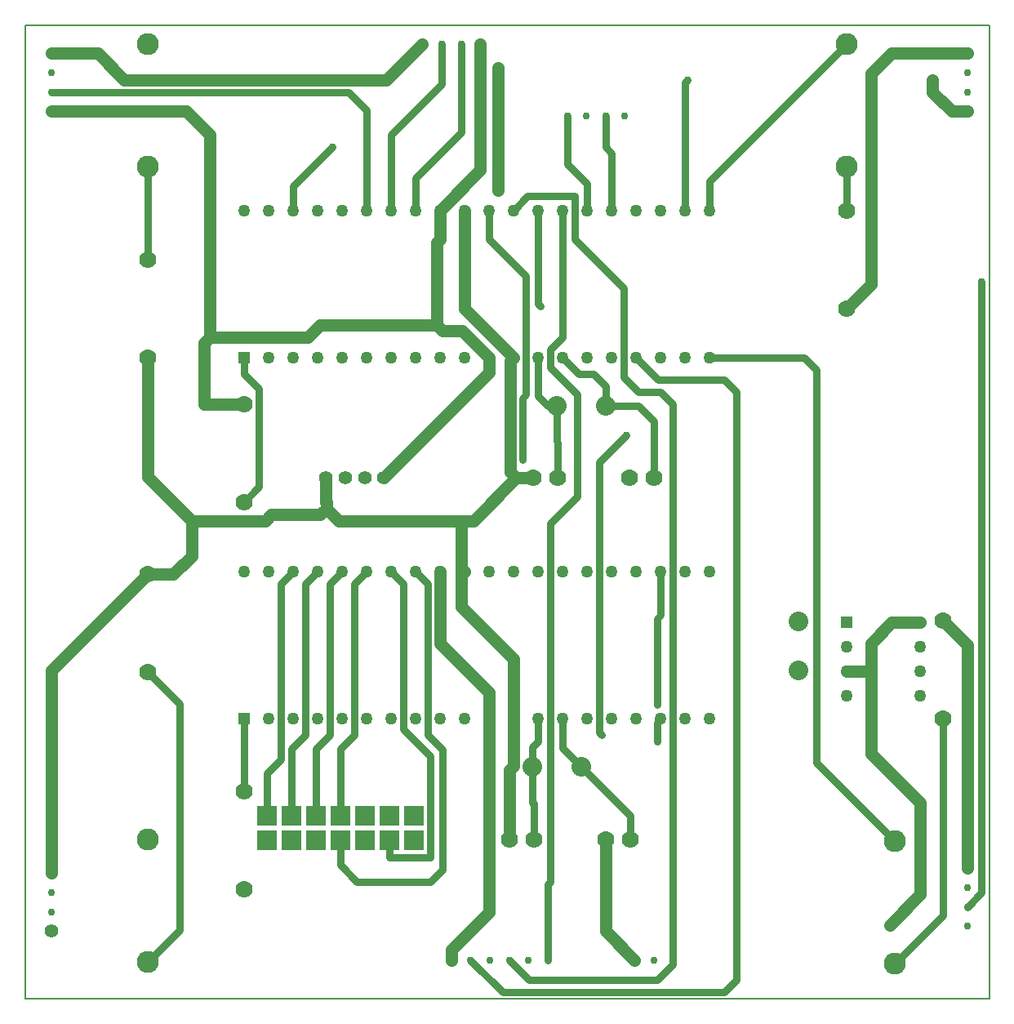
<source format=gbr>
G04 PROTEUS GERBER X2 FILE*
%TF.GenerationSoftware,Labcenter,Proteus,8.6-SP2-Build23525*%
%TF.CreationDate,2018-06-21T20:22:57+00:00*%
%TF.FileFunction,Copper,L2,Bot*%
%TF.FilePolarity,Positive*%
%TF.Part,Single*%
%FSLAX45Y45*%
%MOMM*%
G01*
%TA.AperFunction,Conductor*%
%ADD10C,0.762000*%
%ADD11C,1.270000*%
%TA.AperFunction,ViaPad*%
%ADD12C,0.762000*%
%TA.AperFunction,ComponentPad*%
%ADD13R,1.270000X1.270000*%
%ADD14C,1.270000*%
%TA.AperFunction,ComponentPad*%
%ADD15C,1.778000*%
%ADD16C,2.286000*%
%TA.AperFunction,ComponentPad*%
%ADD17C,0.762000*%
%TA.AperFunction,WasherPad*%
%ADD18C,1.397000*%
%TA.AperFunction,ComponentPad*%
%ADD19C,2.032000*%
%TA.AperFunction,ComponentPad*%
%ADD70R,2.032000X2.032000*%
%TA.AperFunction,Profile*%
%ADD20C,0.203200*%
%TD.AperFunction*%
D10*
X+992000Y+4750000D02*
X+899600Y+4750000D01*
X+798000Y+4851600D01*
X+798000Y+5250000D01*
X+992000Y+4750000D02*
X+992000Y+4381500D01*
X+1004000Y+4369500D01*
X+1004000Y+4000000D01*
X+1500000Y+4750000D02*
X+1841500Y+4750000D01*
X+2004000Y+4587500D01*
X+2004000Y+4000000D01*
X+1500000Y+4750000D02*
X+1500000Y+4953000D01*
X+1373000Y+5080000D01*
X+1222000Y+5080000D01*
X+1052000Y+5250000D01*
X+1814000Y+5250000D02*
X+2047500Y+5016500D01*
X+2730500Y+5016500D01*
X+2857500Y+4889500D01*
X+2857500Y-1206500D01*
X+2730500Y-1333500D01*
X+433500Y-1333500D01*
X+100000Y-1000000D01*
X+2576000Y+5250000D02*
X+3556000Y+5250000D01*
X+3683000Y+5123000D01*
X+3683000Y+1047000D01*
X+4500000Y+230000D01*
X+5397500Y+6032500D02*
X+5397500Y-302500D01*
X+5250000Y-450000D01*
X-1333500Y+7429500D02*
X-1742000Y+7021000D01*
X-1742000Y+6774000D01*
X-980000Y+6774000D02*
X-980000Y+7810500D01*
X-1169500Y+8000000D01*
X-4250000Y+8000000D01*
X-726000Y+6774000D02*
X-726000Y+7556500D01*
X-200000Y+8082500D01*
X-200000Y+8500000D01*
X-472000Y+6774000D02*
X-472000Y+7112000D01*
X+0Y+7584000D01*
X+0Y+8500000D01*
X+635000Y+4191000D02*
X+635000Y+4826000D01*
X+671000Y+4862000D01*
X+671000Y+6096000D01*
X+290000Y+6477000D01*
X+290000Y+6774000D01*
X+500000Y-1000000D02*
X+706500Y-1206500D01*
X+2032000Y-1206500D01*
X+2195000Y-1043500D01*
X+2195000Y+4762500D01*
X+2068000Y+4889500D01*
X+1841500Y+4889500D01*
X+1687000Y+5044000D01*
X+1687000Y+5969000D01*
X+1179000Y+6477000D01*
X+1179000Y+6921500D01*
X+691500Y+6921500D01*
X+544000Y+6774000D01*
X+1714500Y+4445000D02*
X+1433000Y+4163500D01*
X+1433000Y+1361000D01*
X+1460500Y+1333500D01*
X+825500Y+5778500D02*
X+798000Y+5806000D01*
X+798000Y+6774000D01*
X+1052000Y+6774000D02*
X+1052000Y+5461000D01*
X+925000Y+5334000D01*
X+925000Y+5143500D01*
X+1206500Y+4862000D01*
X+1206500Y+3810000D01*
X+925000Y+3528500D01*
X+925000Y-190500D01*
X+900000Y-215500D01*
X+900000Y-1000000D01*
X+2576000Y+6774000D02*
X+2576000Y+7076000D01*
X+4000000Y+8500000D01*
X+1306000Y+6774000D02*
X+1306000Y+7048500D01*
X+1100000Y+7254500D01*
X+1100000Y+7750000D01*
X+1560000Y+6774000D02*
X+1560000Y+7366000D01*
X+1500000Y+7426000D01*
X+1500000Y+7750000D01*
X-2250000Y+5250000D02*
X-2250000Y+5080000D01*
X-2095500Y+4925500D01*
X-2095500Y+3904500D01*
X-2250000Y+3750000D01*
X-3250000Y+7230000D02*
X-3250000Y+6266000D01*
X+4000000Y+7230000D02*
X+4000000Y+6766000D01*
X+4500000Y-1040000D02*
X+5000000Y-540000D01*
X+5000000Y+1500000D01*
X-3250000Y-1020000D02*
X-2921000Y-691000D01*
X-2921000Y+1655000D01*
X-3250000Y+1984000D01*
X+742000Y+1000000D02*
X+742000Y+1206500D01*
X+798000Y+1262500D01*
X+798000Y+1500000D01*
X+742000Y+1000000D02*
X+742000Y+635000D01*
X+754000Y+623000D01*
X+754000Y+250000D01*
X+1250000Y+1000000D02*
X+1754000Y+496000D01*
X+1754000Y+250000D01*
X+1250000Y+1000000D02*
X+1052000Y+1198000D01*
X+1052000Y+1500000D01*
X+2032000Y+1270000D02*
X+2032000Y+1464000D01*
X+2068000Y+1500000D01*
X-1742000Y+3024000D02*
X-1869000Y+2897000D01*
X-1869000Y+1079500D01*
X-2016000Y+932500D01*
X-2016000Y+500000D01*
X-1488000Y+3024000D02*
X-1615000Y+2897000D01*
X-1615000Y+1333500D01*
X-1762000Y+1186500D01*
X-1762000Y+500000D01*
X-1234000Y+3024000D02*
X-1361000Y+2897000D01*
X-1361000Y+1333500D01*
X-1508000Y+1186500D01*
X-1508000Y+500000D01*
X-980000Y+3024000D02*
X-1107000Y+2897000D01*
X-1107000Y+1333500D01*
X-1254000Y+1186500D01*
X-1254000Y+500000D01*
X-726000Y+3024000D02*
X-599000Y+2897000D01*
X-599000Y+1397000D01*
X-317500Y+1115500D01*
X-317500Y+63500D01*
X-746000Y+63500D01*
X-746000Y+246000D01*
X-472000Y+3024000D02*
X-345000Y+2897000D01*
X-345000Y+1333500D01*
X-190500Y+1179000D01*
X-190500Y-63500D01*
X-317500Y-190500D01*
X-1079500Y-190500D01*
X-1254000Y-16000D01*
X-1254000Y+246000D01*
X+2032000Y+1651000D02*
X+2032000Y+2540000D01*
X+2068000Y+2576000D01*
X+2068000Y+3024000D01*
X-2250000Y+1500000D02*
X-2250000Y+750000D01*
D11*
X+4000000Y+5750000D02*
X+4254500Y+6004500D01*
X+4254500Y+8191500D01*
X+4463000Y+8400000D01*
X+5250000Y+8400000D01*
X-3250000Y+3000000D02*
X-4250000Y+2000000D01*
X-4250000Y-100000D01*
X+0Y+3238500D02*
X+0Y+3060000D01*
X+544000Y+1500000D02*
X+544000Y+2123000D01*
X+0Y+2667000D01*
X+0Y+3060000D01*
X+36000Y+3024000D01*
X+0Y+3556000D02*
X+0Y+3238500D01*
X+544000Y+5250000D02*
X+36000Y+5758000D01*
X+36000Y+6774000D01*
X-2794000Y+3556000D02*
X-3250000Y+4012000D01*
X-3250000Y+5250000D01*
X+5000000Y+2516000D02*
X+5250000Y+2266000D01*
X+5250000Y-50000D01*
X-400000Y+8500000D02*
X-772000Y+8128000D01*
X-3492500Y+8128000D01*
X-3764500Y+8400000D01*
X-4250000Y+8400000D01*
X+1500000Y+250000D02*
X+1500000Y-700000D01*
X+1800000Y-1000000D01*
X-3250000Y+3000000D02*
X-2984500Y+3000000D01*
X-2794000Y+3190500D01*
X-2794000Y+3556000D01*
X+571500Y+4000500D02*
X+127000Y+3556000D01*
X+0Y+3556000D01*
X-2794000Y+3556000D02*
X-2032000Y+3556000D01*
X-1968500Y+3619500D01*
X-1587500Y+3619500D01*
X-1397000Y+3683000D02*
X-1397000Y+3746500D01*
X-1400000Y+3749500D01*
X-1400000Y+4000000D01*
X+0Y+3556000D02*
X-1270000Y+3556000D01*
X-1397000Y+3683000D01*
X+544000Y+1500000D02*
X+544000Y+1016000D01*
X+500000Y+972000D01*
X+500000Y+250000D01*
X+750000Y+4000000D02*
X+749500Y+4000500D01*
X+571500Y+4000500D01*
X-1587500Y+3619500D02*
X-1460500Y+3619500D01*
X-1397000Y+3683000D01*
X+381000Y+6985000D02*
X+381000Y+8255000D01*
X+544000Y+5250000D02*
X+508000Y+5214000D01*
X+508000Y+4064000D01*
X+571500Y+4000500D01*
X-2603500Y+5461000D02*
X-2603500Y+7556500D01*
X-2847000Y+7800000D01*
X-4250000Y+7800000D01*
X+290000Y+5250000D02*
X+290000Y+5090000D01*
X-800000Y+4000000D01*
X+290000Y+1500000D02*
X+290000Y-505350D01*
X-100000Y-895350D01*
X-100000Y-1000000D01*
X+290000Y+1500000D02*
X+290000Y+1778000D01*
X-218000Y+2286000D01*
X-218000Y+3024000D01*
X-218000Y+6774000D02*
X+200000Y+7192000D01*
X+200000Y+8500000D01*
X+4889500Y+8128000D02*
X+4889500Y+8001000D01*
X+5090500Y+7800000D01*
X+5250000Y+7800000D01*
X-2603500Y+5461000D02*
X-2667000Y+5397500D01*
X-2667000Y+4766000D01*
X-2250000Y+4766000D01*
X-254000Y+5588000D02*
X-1460500Y+5588000D01*
X-1587500Y+5461000D01*
X-2603500Y+5461000D01*
X+290000Y+5250000D02*
X+15500Y+5524500D01*
X-190500Y+5524500D01*
X-254000Y+5588000D01*
X-218000Y+6774000D02*
X-218000Y+6477000D01*
X-254000Y+6441000D01*
X-254000Y+5588000D01*
X+4254500Y+1992000D02*
X+4254500Y+2286000D01*
X+4468500Y+2500000D01*
X+4762000Y+2500000D01*
X+4254500Y+1992000D02*
X+4000000Y+1992000D01*
X+4445000Y-635000D02*
X+4762500Y-317500D01*
X+4762500Y+635000D01*
X+4254500Y+1143000D01*
X+4254500Y+1992000D01*
D10*
X+2322000Y+6774000D02*
X+2322000Y+8100500D01*
X+2349500Y+8128000D01*
D12*
X+5397500Y+6032500D03*
X-1333500Y+7429500D03*
X+635000Y+4191000D03*
X+1460500Y+1333500D03*
X+1714500Y+4445000D03*
X+825500Y+5778500D03*
X+2032000Y+1270000D03*
X+2032000Y+1651000D03*
X+381000Y+8255000D03*
X+381000Y+6985000D03*
X+4889500Y+8128000D03*
X+4445000Y-635000D03*
X+2349500Y+8128000D03*
D13*
X-2250000Y+5250000D03*
D14*
X-1996000Y+5250000D03*
X-1742000Y+5250000D03*
X-1488000Y+5250000D03*
X-1234000Y+5250000D03*
X-980000Y+5250000D03*
X-726000Y+5250000D03*
X-472000Y+5250000D03*
X-218000Y+5250000D03*
X+36000Y+5250000D03*
X+290000Y+5250000D03*
X+544000Y+5250000D03*
X+798000Y+5250000D03*
X+1052000Y+5250000D03*
X+1306000Y+5250000D03*
X+1560000Y+5250000D03*
X+1814000Y+5250000D03*
X+2068000Y+5250000D03*
X+2322000Y+5250000D03*
X+2576000Y+5250000D03*
X+2576000Y+6774000D03*
X+2322000Y+6774000D03*
X+2068000Y+6774000D03*
X+1814000Y+6774000D03*
X+1560000Y+6774000D03*
X+1306000Y+6774000D03*
X+1052000Y+6774000D03*
X+798000Y+6774000D03*
X+544000Y+6774000D03*
X+290000Y+6774000D03*
X+36000Y+6774000D03*
X-218000Y+6774000D03*
X-472000Y+6774000D03*
X-726000Y+6774000D03*
X-980000Y+6774000D03*
X-1234000Y+6774000D03*
X-1488000Y+6774000D03*
X-1742000Y+6774000D03*
X-1996000Y+6774000D03*
X-2250000Y+6774000D03*
D13*
X-2250000Y+1500000D03*
D14*
X-1996000Y+1500000D03*
X-1742000Y+1500000D03*
X-1488000Y+1500000D03*
X-1234000Y+1500000D03*
X-980000Y+1500000D03*
X-726000Y+1500000D03*
X-472000Y+1500000D03*
X-218000Y+1500000D03*
X+36000Y+1500000D03*
X+290000Y+1500000D03*
X+544000Y+1500000D03*
X+798000Y+1500000D03*
X+1052000Y+1500000D03*
X+1306000Y+1500000D03*
X+1560000Y+1500000D03*
X+1814000Y+1500000D03*
X+2068000Y+1500000D03*
X+2322000Y+1500000D03*
X+2576000Y+1500000D03*
X+2576000Y+3024000D03*
X+2322000Y+3024000D03*
X+2068000Y+3024000D03*
X+1814000Y+3024000D03*
X+1560000Y+3024000D03*
X+1306000Y+3024000D03*
X+1052000Y+3024000D03*
X+798000Y+3024000D03*
X+544000Y+3024000D03*
X+290000Y+3024000D03*
X+36000Y+3024000D03*
X-218000Y+3024000D03*
X-472000Y+3024000D03*
X-726000Y+3024000D03*
X-980000Y+3024000D03*
X-1234000Y+3024000D03*
X-1488000Y+3024000D03*
X-1742000Y+3024000D03*
X-1996000Y+3024000D03*
X-2250000Y+3024000D03*
D15*
X+750000Y+4000000D03*
X+1004000Y+4000000D03*
X+1750000Y+4000000D03*
X+2004000Y+4000000D03*
X+500000Y+250000D03*
X+754000Y+250000D03*
X+1500000Y+250000D03*
X+1754000Y+250000D03*
D16*
X+4000000Y+8500000D03*
X+4000000Y+7230000D03*
X-3250000Y+8500000D03*
X-3250000Y+7230000D03*
X+4500000Y+230000D03*
X+4500000Y-1040000D03*
X-3250000Y+250000D03*
X-3250000Y-1020000D03*
D17*
X+200000Y+8500000D03*
X+0Y+8500000D03*
X-200000Y+8500000D03*
X-400000Y+8500000D03*
X-4250000Y+7800000D03*
X-4250000Y+8000000D03*
X-4250000Y+8200000D03*
X-4250000Y+8400000D03*
X+5250000Y+7800000D03*
X+5250000Y+8000000D03*
X+5250000Y+8200000D03*
X+5250000Y+8400000D03*
X+5250000Y-650000D03*
X+5250000Y-450000D03*
X+5250000Y-250000D03*
X+5250000Y-50000D03*
D18*
X-4250000Y-700000D03*
D17*
X-4250000Y-500000D03*
X-4250000Y-300000D03*
X-4250000Y-100000D03*
D18*
X-800000Y+4000000D03*
X-1000000Y+4000000D03*
X-1200000Y+4000000D03*
X-1400000Y+4000000D03*
D17*
X+900000Y-1000000D03*
X+700000Y-1000000D03*
X+500000Y-1000000D03*
X+300000Y-1000000D03*
X+100000Y-1000000D03*
X-100000Y-1000000D03*
D15*
X-2250000Y+3750000D03*
X-2250000Y+4766000D03*
X-3250000Y+5250000D03*
X-3250000Y+6266000D03*
X+4000000Y+5750000D03*
X+4000000Y+6766000D03*
X+5000000Y+2516000D03*
X+5000000Y+1500000D03*
X-3250000Y+3000000D03*
X-3250000Y+1984000D03*
X-2250000Y+750000D03*
X-2250000Y-266000D03*
D19*
X+1500000Y+4750000D03*
X+992000Y+4750000D03*
X+1250000Y+1000000D03*
X+742000Y+1000000D03*
D17*
X+2000000Y-1000000D03*
X+1800000Y-1000000D03*
D70*
X-2016000Y+246000D03*
X-1762000Y+246000D03*
X-1508000Y+246000D03*
X-1254000Y+246000D03*
X-1000000Y+246000D03*
X-746000Y+246000D03*
X-492000Y+246000D03*
X-492000Y+500000D03*
X-746000Y+500000D03*
X-1000000Y+500000D03*
X-1254000Y+500000D03*
X-1508000Y+500000D03*
X-1762000Y+500000D03*
X-2016000Y+500000D03*
D13*
X+4000000Y+2500000D03*
D14*
X+4000000Y+2246000D03*
X+4000000Y+1992000D03*
X+4000000Y+1738000D03*
X+4762000Y+1738000D03*
X+4762000Y+1992000D03*
X+4762000Y+2246000D03*
X+4762000Y+2500000D03*
D19*
X+3500000Y+2000000D03*
X+3500000Y+2508000D03*
D17*
X+1700000Y+7750000D03*
X+1500000Y+7750000D03*
X+1300000Y+7750000D03*
X+1100000Y+7750000D03*
D20*
X-4520000Y-1400000D02*
X+5480000Y-1400000D01*
X+5480000Y+8690000D01*
X-4520000Y+8690000D01*
X-4520000Y-1400000D01*
M02*

</source>
